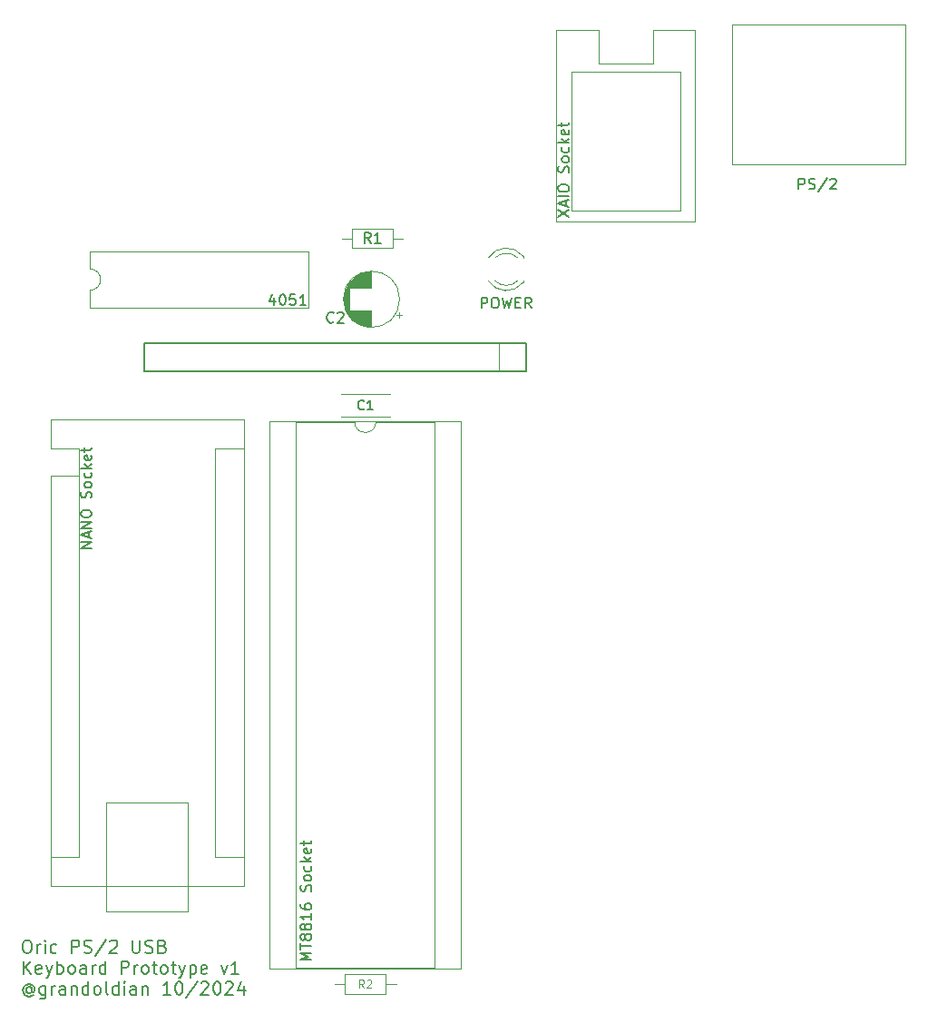
<source format=gbr>
%TF.GenerationSoftware,KiCad,Pcbnew,8.0.5*%
%TF.CreationDate,2024-10-27T18:20:28+00:00*%
%TF.ProjectId,Oric-PS2USB,4f726963-2d50-4533-9255-53422e6b6963,rev?*%
%TF.SameCoordinates,Original*%
%TF.FileFunction,Legend,Top*%
%TF.FilePolarity,Positive*%
%FSLAX46Y46*%
G04 Gerber Fmt 4.6, Leading zero omitted, Abs format (unit mm)*
G04 Created by KiCad (PCBNEW 8.0.5) date 2024-10-27 18:20:28*
%MOMM*%
%LPD*%
G01*
G04 APERTURE LIST*
%ADD10C,0.150000*%
%ADD11C,0.129000*%
%ADD12C,0.108000*%
%ADD13C,0.120000*%
%ADD14C,0.100000*%
G04 APERTURE END LIST*
D10*
X39150000Y-51950000D02*
X74820000Y-51950000D01*
X74820000Y-54610000D01*
X39150000Y-54610000D01*
X39150000Y-51950000D01*
X28112969Y-107671476D02*
X28341541Y-107671476D01*
X28341541Y-107671476D02*
X28455826Y-107728619D01*
X28455826Y-107728619D02*
X28570112Y-107842905D01*
X28570112Y-107842905D02*
X28627255Y-108071476D01*
X28627255Y-108071476D02*
X28627255Y-108471476D01*
X28627255Y-108471476D02*
X28570112Y-108700048D01*
X28570112Y-108700048D02*
X28455826Y-108814334D01*
X28455826Y-108814334D02*
X28341541Y-108871476D01*
X28341541Y-108871476D02*
X28112969Y-108871476D01*
X28112969Y-108871476D02*
X27998684Y-108814334D01*
X27998684Y-108814334D02*
X27884398Y-108700048D01*
X27884398Y-108700048D02*
X27827255Y-108471476D01*
X27827255Y-108471476D02*
X27827255Y-108071476D01*
X27827255Y-108071476D02*
X27884398Y-107842905D01*
X27884398Y-107842905D02*
X27998684Y-107728619D01*
X27998684Y-107728619D02*
X28112969Y-107671476D01*
X29141541Y-108871476D02*
X29141541Y-108071476D01*
X29141541Y-108300048D02*
X29198684Y-108185762D01*
X29198684Y-108185762D02*
X29255827Y-108128619D01*
X29255827Y-108128619D02*
X29370112Y-108071476D01*
X29370112Y-108071476D02*
X29484398Y-108071476D01*
X29884398Y-108871476D02*
X29884398Y-108071476D01*
X29884398Y-107671476D02*
X29827255Y-107728619D01*
X29827255Y-107728619D02*
X29884398Y-107785762D01*
X29884398Y-107785762D02*
X29941541Y-107728619D01*
X29941541Y-107728619D02*
X29884398Y-107671476D01*
X29884398Y-107671476D02*
X29884398Y-107785762D01*
X30970113Y-108814334D02*
X30855827Y-108871476D01*
X30855827Y-108871476D02*
X30627255Y-108871476D01*
X30627255Y-108871476D02*
X30512970Y-108814334D01*
X30512970Y-108814334D02*
X30455827Y-108757191D01*
X30455827Y-108757191D02*
X30398684Y-108642905D01*
X30398684Y-108642905D02*
X30398684Y-108300048D01*
X30398684Y-108300048D02*
X30455827Y-108185762D01*
X30455827Y-108185762D02*
X30512970Y-108128619D01*
X30512970Y-108128619D02*
X30627255Y-108071476D01*
X30627255Y-108071476D02*
X30855827Y-108071476D01*
X30855827Y-108071476D02*
X30970113Y-108128619D01*
X32398684Y-108871476D02*
X32398684Y-107671476D01*
X32398684Y-107671476D02*
X32855827Y-107671476D01*
X32855827Y-107671476D02*
X32970112Y-107728619D01*
X32970112Y-107728619D02*
X33027255Y-107785762D01*
X33027255Y-107785762D02*
X33084398Y-107900048D01*
X33084398Y-107900048D02*
X33084398Y-108071476D01*
X33084398Y-108071476D02*
X33027255Y-108185762D01*
X33027255Y-108185762D02*
X32970112Y-108242905D01*
X32970112Y-108242905D02*
X32855827Y-108300048D01*
X32855827Y-108300048D02*
X32398684Y-108300048D01*
X33541541Y-108814334D02*
X33712970Y-108871476D01*
X33712970Y-108871476D02*
X33998684Y-108871476D01*
X33998684Y-108871476D02*
X34112970Y-108814334D01*
X34112970Y-108814334D02*
X34170112Y-108757191D01*
X34170112Y-108757191D02*
X34227255Y-108642905D01*
X34227255Y-108642905D02*
X34227255Y-108528619D01*
X34227255Y-108528619D02*
X34170112Y-108414334D01*
X34170112Y-108414334D02*
X34112970Y-108357191D01*
X34112970Y-108357191D02*
X33998684Y-108300048D01*
X33998684Y-108300048D02*
X33770112Y-108242905D01*
X33770112Y-108242905D02*
X33655827Y-108185762D01*
X33655827Y-108185762D02*
X33598684Y-108128619D01*
X33598684Y-108128619D02*
X33541541Y-108014334D01*
X33541541Y-108014334D02*
X33541541Y-107900048D01*
X33541541Y-107900048D02*
X33598684Y-107785762D01*
X33598684Y-107785762D02*
X33655827Y-107728619D01*
X33655827Y-107728619D02*
X33770112Y-107671476D01*
X33770112Y-107671476D02*
X34055827Y-107671476D01*
X34055827Y-107671476D02*
X34227255Y-107728619D01*
X35598684Y-107614334D02*
X34570112Y-109157191D01*
X35941541Y-107785762D02*
X35998684Y-107728619D01*
X35998684Y-107728619D02*
X36112970Y-107671476D01*
X36112970Y-107671476D02*
X36398684Y-107671476D01*
X36398684Y-107671476D02*
X36512970Y-107728619D01*
X36512970Y-107728619D02*
X36570112Y-107785762D01*
X36570112Y-107785762D02*
X36627255Y-107900048D01*
X36627255Y-107900048D02*
X36627255Y-108014334D01*
X36627255Y-108014334D02*
X36570112Y-108185762D01*
X36570112Y-108185762D02*
X35884398Y-108871476D01*
X35884398Y-108871476D02*
X36627255Y-108871476D01*
X38055827Y-107671476D02*
X38055827Y-108642905D01*
X38055827Y-108642905D02*
X38112970Y-108757191D01*
X38112970Y-108757191D02*
X38170113Y-108814334D01*
X38170113Y-108814334D02*
X38284398Y-108871476D01*
X38284398Y-108871476D02*
X38512970Y-108871476D01*
X38512970Y-108871476D02*
X38627255Y-108814334D01*
X38627255Y-108814334D02*
X38684398Y-108757191D01*
X38684398Y-108757191D02*
X38741541Y-108642905D01*
X38741541Y-108642905D02*
X38741541Y-107671476D01*
X39255827Y-108814334D02*
X39427256Y-108871476D01*
X39427256Y-108871476D02*
X39712970Y-108871476D01*
X39712970Y-108871476D02*
X39827256Y-108814334D01*
X39827256Y-108814334D02*
X39884398Y-108757191D01*
X39884398Y-108757191D02*
X39941541Y-108642905D01*
X39941541Y-108642905D02*
X39941541Y-108528619D01*
X39941541Y-108528619D02*
X39884398Y-108414334D01*
X39884398Y-108414334D02*
X39827256Y-108357191D01*
X39827256Y-108357191D02*
X39712970Y-108300048D01*
X39712970Y-108300048D02*
X39484398Y-108242905D01*
X39484398Y-108242905D02*
X39370113Y-108185762D01*
X39370113Y-108185762D02*
X39312970Y-108128619D01*
X39312970Y-108128619D02*
X39255827Y-108014334D01*
X39255827Y-108014334D02*
X39255827Y-107900048D01*
X39255827Y-107900048D02*
X39312970Y-107785762D01*
X39312970Y-107785762D02*
X39370113Y-107728619D01*
X39370113Y-107728619D02*
X39484398Y-107671476D01*
X39484398Y-107671476D02*
X39770113Y-107671476D01*
X39770113Y-107671476D02*
X39941541Y-107728619D01*
X40855827Y-108242905D02*
X41027255Y-108300048D01*
X41027255Y-108300048D02*
X41084398Y-108357191D01*
X41084398Y-108357191D02*
X41141541Y-108471476D01*
X41141541Y-108471476D02*
X41141541Y-108642905D01*
X41141541Y-108642905D02*
X41084398Y-108757191D01*
X41084398Y-108757191D02*
X41027255Y-108814334D01*
X41027255Y-108814334D02*
X40912970Y-108871476D01*
X40912970Y-108871476D02*
X40455827Y-108871476D01*
X40455827Y-108871476D02*
X40455827Y-107671476D01*
X40455827Y-107671476D02*
X40855827Y-107671476D01*
X40855827Y-107671476D02*
X40970113Y-107728619D01*
X40970113Y-107728619D02*
X41027255Y-107785762D01*
X41027255Y-107785762D02*
X41084398Y-107900048D01*
X41084398Y-107900048D02*
X41084398Y-108014334D01*
X41084398Y-108014334D02*
X41027255Y-108128619D01*
X41027255Y-108128619D02*
X40970113Y-108185762D01*
X40970113Y-108185762D02*
X40855827Y-108242905D01*
X40855827Y-108242905D02*
X40455827Y-108242905D01*
X27884398Y-110803409D02*
X27884398Y-109603409D01*
X28570112Y-110803409D02*
X28055826Y-110117695D01*
X28570112Y-109603409D02*
X27884398Y-110289124D01*
X29541541Y-110746267D02*
X29427255Y-110803409D01*
X29427255Y-110803409D02*
X29198684Y-110803409D01*
X29198684Y-110803409D02*
X29084398Y-110746267D01*
X29084398Y-110746267D02*
X29027255Y-110631981D01*
X29027255Y-110631981D02*
X29027255Y-110174838D01*
X29027255Y-110174838D02*
X29084398Y-110060552D01*
X29084398Y-110060552D02*
X29198684Y-110003409D01*
X29198684Y-110003409D02*
X29427255Y-110003409D01*
X29427255Y-110003409D02*
X29541541Y-110060552D01*
X29541541Y-110060552D02*
X29598684Y-110174838D01*
X29598684Y-110174838D02*
X29598684Y-110289124D01*
X29598684Y-110289124D02*
X29027255Y-110403409D01*
X29998683Y-110003409D02*
X30284397Y-110803409D01*
X30570112Y-110003409D02*
X30284397Y-110803409D01*
X30284397Y-110803409D02*
X30170112Y-111089124D01*
X30170112Y-111089124D02*
X30112969Y-111146267D01*
X30112969Y-111146267D02*
X29998683Y-111203409D01*
X31027255Y-110803409D02*
X31027255Y-109603409D01*
X31027255Y-110060552D02*
X31141541Y-110003409D01*
X31141541Y-110003409D02*
X31370112Y-110003409D01*
X31370112Y-110003409D02*
X31484398Y-110060552D01*
X31484398Y-110060552D02*
X31541541Y-110117695D01*
X31541541Y-110117695D02*
X31598683Y-110231981D01*
X31598683Y-110231981D02*
X31598683Y-110574838D01*
X31598683Y-110574838D02*
X31541541Y-110689124D01*
X31541541Y-110689124D02*
X31484398Y-110746267D01*
X31484398Y-110746267D02*
X31370112Y-110803409D01*
X31370112Y-110803409D02*
X31141541Y-110803409D01*
X31141541Y-110803409D02*
X31027255Y-110746267D01*
X32284397Y-110803409D02*
X32170112Y-110746267D01*
X32170112Y-110746267D02*
X32112969Y-110689124D01*
X32112969Y-110689124D02*
X32055826Y-110574838D01*
X32055826Y-110574838D02*
X32055826Y-110231981D01*
X32055826Y-110231981D02*
X32112969Y-110117695D01*
X32112969Y-110117695D02*
X32170112Y-110060552D01*
X32170112Y-110060552D02*
X32284397Y-110003409D01*
X32284397Y-110003409D02*
X32455826Y-110003409D01*
X32455826Y-110003409D02*
X32570112Y-110060552D01*
X32570112Y-110060552D02*
X32627255Y-110117695D01*
X32627255Y-110117695D02*
X32684397Y-110231981D01*
X32684397Y-110231981D02*
X32684397Y-110574838D01*
X32684397Y-110574838D02*
X32627255Y-110689124D01*
X32627255Y-110689124D02*
X32570112Y-110746267D01*
X32570112Y-110746267D02*
X32455826Y-110803409D01*
X32455826Y-110803409D02*
X32284397Y-110803409D01*
X33712969Y-110803409D02*
X33712969Y-110174838D01*
X33712969Y-110174838D02*
X33655826Y-110060552D01*
X33655826Y-110060552D02*
X33541540Y-110003409D01*
X33541540Y-110003409D02*
X33312969Y-110003409D01*
X33312969Y-110003409D02*
X33198683Y-110060552D01*
X33712969Y-110746267D02*
X33598683Y-110803409D01*
X33598683Y-110803409D02*
X33312969Y-110803409D01*
X33312969Y-110803409D02*
X33198683Y-110746267D01*
X33198683Y-110746267D02*
X33141540Y-110631981D01*
X33141540Y-110631981D02*
X33141540Y-110517695D01*
X33141540Y-110517695D02*
X33198683Y-110403409D01*
X33198683Y-110403409D02*
X33312969Y-110346267D01*
X33312969Y-110346267D02*
X33598683Y-110346267D01*
X33598683Y-110346267D02*
X33712969Y-110289124D01*
X34284397Y-110803409D02*
X34284397Y-110003409D01*
X34284397Y-110231981D02*
X34341540Y-110117695D01*
X34341540Y-110117695D02*
X34398683Y-110060552D01*
X34398683Y-110060552D02*
X34512968Y-110003409D01*
X34512968Y-110003409D02*
X34627254Y-110003409D01*
X35541540Y-110803409D02*
X35541540Y-109603409D01*
X35541540Y-110746267D02*
X35427254Y-110803409D01*
X35427254Y-110803409D02*
X35198682Y-110803409D01*
X35198682Y-110803409D02*
X35084397Y-110746267D01*
X35084397Y-110746267D02*
X35027254Y-110689124D01*
X35027254Y-110689124D02*
X34970111Y-110574838D01*
X34970111Y-110574838D02*
X34970111Y-110231981D01*
X34970111Y-110231981D02*
X35027254Y-110117695D01*
X35027254Y-110117695D02*
X35084397Y-110060552D01*
X35084397Y-110060552D02*
X35198682Y-110003409D01*
X35198682Y-110003409D02*
X35427254Y-110003409D01*
X35427254Y-110003409D02*
X35541540Y-110060552D01*
X37027254Y-110803409D02*
X37027254Y-109603409D01*
X37027254Y-109603409D02*
X37484397Y-109603409D01*
X37484397Y-109603409D02*
X37598682Y-109660552D01*
X37598682Y-109660552D02*
X37655825Y-109717695D01*
X37655825Y-109717695D02*
X37712968Y-109831981D01*
X37712968Y-109831981D02*
X37712968Y-110003409D01*
X37712968Y-110003409D02*
X37655825Y-110117695D01*
X37655825Y-110117695D02*
X37598682Y-110174838D01*
X37598682Y-110174838D02*
X37484397Y-110231981D01*
X37484397Y-110231981D02*
X37027254Y-110231981D01*
X38227254Y-110803409D02*
X38227254Y-110003409D01*
X38227254Y-110231981D02*
X38284397Y-110117695D01*
X38284397Y-110117695D02*
X38341540Y-110060552D01*
X38341540Y-110060552D02*
X38455825Y-110003409D01*
X38455825Y-110003409D02*
X38570111Y-110003409D01*
X39141539Y-110803409D02*
X39027254Y-110746267D01*
X39027254Y-110746267D02*
X38970111Y-110689124D01*
X38970111Y-110689124D02*
X38912968Y-110574838D01*
X38912968Y-110574838D02*
X38912968Y-110231981D01*
X38912968Y-110231981D02*
X38970111Y-110117695D01*
X38970111Y-110117695D02*
X39027254Y-110060552D01*
X39027254Y-110060552D02*
X39141539Y-110003409D01*
X39141539Y-110003409D02*
X39312968Y-110003409D01*
X39312968Y-110003409D02*
X39427254Y-110060552D01*
X39427254Y-110060552D02*
X39484397Y-110117695D01*
X39484397Y-110117695D02*
X39541539Y-110231981D01*
X39541539Y-110231981D02*
X39541539Y-110574838D01*
X39541539Y-110574838D02*
X39484397Y-110689124D01*
X39484397Y-110689124D02*
X39427254Y-110746267D01*
X39427254Y-110746267D02*
X39312968Y-110803409D01*
X39312968Y-110803409D02*
X39141539Y-110803409D01*
X39884396Y-110003409D02*
X40341539Y-110003409D01*
X40055825Y-109603409D02*
X40055825Y-110631981D01*
X40055825Y-110631981D02*
X40112968Y-110746267D01*
X40112968Y-110746267D02*
X40227253Y-110803409D01*
X40227253Y-110803409D02*
X40341539Y-110803409D01*
X40912967Y-110803409D02*
X40798682Y-110746267D01*
X40798682Y-110746267D02*
X40741539Y-110689124D01*
X40741539Y-110689124D02*
X40684396Y-110574838D01*
X40684396Y-110574838D02*
X40684396Y-110231981D01*
X40684396Y-110231981D02*
X40741539Y-110117695D01*
X40741539Y-110117695D02*
X40798682Y-110060552D01*
X40798682Y-110060552D02*
X40912967Y-110003409D01*
X40912967Y-110003409D02*
X41084396Y-110003409D01*
X41084396Y-110003409D02*
X41198682Y-110060552D01*
X41198682Y-110060552D02*
X41255825Y-110117695D01*
X41255825Y-110117695D02*
X41312967Y-110231981D01*
X41312967Y-110231981D02*
X41312967Y-110574838D01*
X41312967Y-110574838D02*
X41255825Y-110689124D01*
X41255825Y-110689124D02*
X41198682Y-110746267D01*
X41198682Y-110746267D02*
X41084396Y-110803409D01*
X41084396Y-110803409D02*
X40912967Y-110803409D01*
X41655824Y-110003409D02*
X42112967Y-110003409D01*
X41827253Y-109603409D02*
X41827253Y-110631981D01*
X41827253Y-110631981D02*
X41884396Y-110746267D01*
X41884396Y-110746267D02*
X41998681Y-110803409D01*
X41998681Y-110803409D02*
X42112967Y-110803409D01*
X42398681Y-110003409D02*
X42684395Y-110803409D01*
X42970110Y-110003409D02*
X42684395Y-110803409D01*
X42684395Y-110803409D02*
X42570110Y-111089124D01*
X42570110Y-111089124D02*
X42512967Y-111146267D01*
X42512967Y-111146267D02*
X42398681Y-111203409D01*
X43427253Y-110003409D02*
X43427253Y-111203409D01*
X43427253Y-110060552D02*
X43541539Y-110003409D01*
X43541539Y-110003409D02*
X43770110Y-110003409D01*
X43770110Y-110003409D02*
X43884396Y-110060552D01*
X43884396Y-110060552D02*
X43941539Y-110117695D01*
X43941539Y-110117695D02*
X43998681Y-110231981D01*
X43998681Y-110231981D02*
X43998681Y-110574838D01*
X43998681Y-110574838D02*
X43941539Y-110689124D01*
X43941539Y-110689124D02*
X43884396Y-110746267D01*
X43884396Y-110746267D02*
X43770110Y-110803409D01*
X43770110Y-110803409D02*
X43541539Y-110803409D01*
X43541539Y-110803409D02*
X43427253Y-110746267D01*
X44970110Y-110746267D02*
X44855824Y-110803409D01*
X44855824Y-110803409D02*
X44627253Y-110803409D01*
X44627253Y-110803409D02*
X44512967Y-110746267D01*
X44512967Y-110746267D02*
X44455824Y-110631981D01*
X44455824Y-110631981D02*
X44455824Y-110174838D01*
X44455824Y-110174838D02*
X44512967Y-110060552D01*
X44512967Y-110060552D02*
X44627253Y-110003409D01*
X44627253Y-110003409D02*
X44855824Y-110003409D01*
X44855824Y-110003409D02*
X44970110Y-110060552D01*
X44970110Y-110060552D02*
X45027253Y-110174838D01*
X45027253Y-110174838D02*
X45027253Y-110289124D01*
X45027253Y-110289124D02*
X44455824Y-110403409D01*
X46341538Y-110003409D02*
X46627252Y-110803409D01*
X46627252Y-110803409D02*
X46912967Y-110003409D01*
X47998681Y-110803409D02*
X47312967Y-110803409D01*
X47655824Y-110803409D02*
X47655824Y-109603409D01*
X47655824Y-109603409D02*
X47541538Y-109774838D01*
X47541538Y-109774838D02*
X47427253Y-109889124D01*
X47427253Y-109889124D02*
X47312967Y-109946267D01*
X28627255Y-112163914D02*
X28570112Y-112106771D01*
X28570112Y-112106771D02*
X28455826Y-112049628D01*
X28455826Y-112049628D02*
X28341541Y-112049628D01*
X28341541Y-112049628D02*
X28227255Y-112106771D01*
X28227255Y-112106771D02*
X28170112Y-112163914D01*
X28170112Y-112163914D02*
X28112969Y-112278200D01*
X28112969Y-112278200D02*
X28112969Y-112392485D01*
X28112969Y-112392485D02*
X28170112Y-112506771D01*
X28170112Y-112506771D02*
X28227255Y-112563914D01*
X28227255Y-112563914D02*
X28341541Y-112621057D01*
X28341541Y-112621057D02*
X28455826Y-112621057D01*
X28455826Y-112621057D02*
X28570112Y-112563914D01*
X28570112Y-112563914D02*
X28627255Y-112506771D01*
X28627255Y-112049628D02*
X28627255Y-112506771D01*
X28627255Y-112506771D02*
X28684398Y-112563914D01*
X28684398Y-112563914D02*
X28741541Y-112563914D01*
X28741541Y-112563914D02*
X28855826Y-112506771D01*
X28855826Y-112506771D02*
X28912969Y-112392485D01*
X28912969Y-112392485D02*
X28912969Y-112106771D01*
X28912969Y-112106771D02*
X28798684Y-111935342D01*
X28798684Y-111935342D02*
X28627255Y-111821057D01*
X28627255Y-111821057D02*
X28398684Y-111763914D01*
X28398684Y-111763914D02*
X28170112Y-111821057D01*
X28170112Y-111821057D02*
X27998684Y-111935342D01*
X27998684Y-111935342D02*
X27884398Y-112106771D01*
X27884398Y-112106771D02*
X27827255Y-112335342D01*
X27827255Y-112335342D02*
X27884398Y-112563914D01*
X27884398Y-112563914D02*
X27998684Y-112735342D01*
X27998684Y-112735342D02*
X28170112Y-112849628D01*
X28170112Y-112849628D02*
X28398684Y-112906771D01*
X28398684Y-112906771D02*
X28627255Y-112849628D01*
X28627255Y-112849628D02*
X28798684Y-112735342D01*
X29941541Y-111935342D02*
X29941541Y-112906771D01*
X29941541Y-112906771D02*
X29884398Y-113021057D01*
X29884398Y-113021057D02*
X29827255Y-113078200D01*
X29827255Y-113078200D02*
X29712969Y-113135342D01*
X29712969Y-113135342D02*
X29541541Y-113135342D01*
X29541541Y-113135342D02*
X29427255Y-113078200D01*
X29941541Y-112678200D02*
X29827255Y-112735342D01*
X29827255Y-112735342D02*
X29598683Y-112735342D01*
X29598683Y-112735342D02*
X29484398Y-112678200D01*
X29484398Y-112678200D02*
X29427255Y-112621057D01*
X29427255Y-112621057D02*
X29370112Y-112506771D01*
X29370112Y-112506771D02*
X29370112Y-112163914D01*
X29370112Y-112163914D02*
X29427255Y-112049628D01*
X29427255Y-112049628D02*
X29484398Y-111992485D01*
X29484398Y-111992485D02*
X29598683Y-111935342D01*
X29598683Y-111935342D02*
X29827255Y-111935342D01*
X29827255Y-111935342D02*
X29941541Y-111992485D01*
X30512969Y-112735342D02*
X30512969Y-111935342D01*
X30512969Y-112163914D02*
X30570112Y-112049628D01*
X30570112Y-112049628D02*
X30627255Y-111992485D01*
X30627255Y-111992485D02*
X30741540Y-111935342D01*
X30741540Y-111935342D02*
X30855826Y-111935342D01*
X31770112Y-112735342D02*
X31770112Y-112106771D01*
X31770112Y-112106771D02*
X31712969Y-111992485D01*
X31712969Y-111992485D02*
X31598683Y-111935342D01*
X31598683Y-111935342D02*
X31370112Y-111935342D01*
X31370112Y-111935342D02*
X31255826Y-111992485D01*
X31770112Y-112678200D02*
X31655826Y-112735342D01*
X31655826Y-112735342D02*
X31370112Y-112735342D01*
X31370112Y-112735342D02*
X31255826Y-112678200D01*
X31255826Y-112678200D02*
X31198683Y-112563914D01*
X31198683Y-112563914D02*
X31198683Y-112449628D01*
X31198683Y-112449628D02*
X31255826Y-112335342D01*
X31255826Y-112335342D02*
X31370112Y-112278200D01*
X31370112Y-112278200D02*
X31655826Y-112278200D01*
X31655826Y-112278200D02*
X31770112Y-112221057D01*
X32341540Y-111935342D02*
X32341540Y-112735342D01*
X32341540Y-112049628D02*
X32398683Y-111992485D01*
X32398683Y-111992485D02*
X32512968Y-111935342D01*
X32512968Y-111935342D02*
X32684397Y-111935342D01*
X32684397Y-111935342D02*
X32798683Y-111992485D01*
X32798683Y-111992485D02*
X32855826Y-112106771D01*
X32855826Y-112106771D02*
X32855826Y-112735342D01*
X33941540Y-112735342D02*
X33941540Y-111535342D01*
X33941540Y-112678200D02*
X33827254Y-112735342D01*
X33827254Y-112735342D02*
X33598682Y-112735342D01*
X33598682Y-112735342D02*
X33484397Y-112678200D01*
X33484397Y-112678200D02*
X33427254Y-112621057D01*
X33427254Y-112621057D02*
X33370111Y-112506771D01*
X33370111Y-112506771D02*
X33370111Y-112163914D01*
X33370111Y-112163914D02*
X33427254Y-112049628D01*
X33427254Y-112049628D02*
X33484397Y-111992485D01*
X33484397Y-111992485D02*
X33598682Y-111935342D01*
X33598682Y-111935342D02*
X33827254Y-111935342D01*
X33827254Y-111935342D02*
X33941540Y-111992485D01*
X34684396Y-112735342D02*
X34570111Y-112678200D01*
X34570111Y-112678200D02*
X34512968Y-112621057D01*
X34512968Y-112621057D02*
X34455825Y-112506771D01*
X34455825Y-112506771D02*
X34455825Y-112163914D01*
X34455825Y-112163914D02*
X34512968Y-112049628D01*
X34512968Y-112049628D02*
X34570111Y-111992485D01*
X34570111Y-111992485D02*
X34684396Y-111935342D01*
X34684396Y-111935342D02*
X34855825Y-111935342D01*
X34855825Y-111935342D02*
X34970111Y-111992485D01*
X34970111Y-111992485D02*
X35027254Y-112049628D01*
X35027254Y-112049628D02*
X35084396Y-112163914D01*
X35084396Y-112163914D02*
X35084396Y-112506771D01*
X35084396Y-112506771D02*
X35027254Y-112621057D01*
X35027254Y-112621057D02*
X34970111Y-112678200D01*
X34970111Y-112678200D02*
X34855825Y-112735342D01*
X34855825Y-112735342D02*
X34684396Y-112735342D01*
X35770110Y-112735342D02*
X35655825Y-112678200D01*
X35655825Y-112678200D02*
X35598682Y-112563914D01*
X35598682Y-112563914D02*
X35598682Y-111535342D01*
X36741539Y-112735342D02*
X36741539Y-111535342D01*
X36741539Y-112678200D02*
X36627253Y-112735342D01*
X36627253Y-112735342D02*
X36398681Y-112735342D01*
X36398681Y-112735342D02*
X36284396Y-112678200D01*
X36284396Y-112678200D02*
X36227253Y-112621057D01*
X36227253Y-112621057D02*
X36170110Y-112506771D01*
X36170110Y-112506771D02*
X36170110Y-112163914D01*
X36170110Y-112163914D02*
X36227253Y-112049628D01*
X36227253Y-112049628D02*
X36284396Y-111992485D01*
X36284396Y-111992485D02*
X36398681Y-111935342D01*
X36398681Y-111935342D02*
X36627253Y-111935342D01*
X36627253Y-111935342D02*
X36741539Y-111992485D01*
X37312967Y-112735342D02*
X37312967Y-111935342D01*
X37312967Y-111535342D02*
X37255824Y-111592485D01*
X37255824Y-111592485D02*
X37312967Y-111649628D01*
X37312967Y-111649628D02*
X37370110Y-111592485D01*
X37370110Y-111592485D02*
X37312967Y-111535342D01*
X37312967Y-111535342D02*
X37312967Y-111649628D01*
X38398682Y-112735342D02*
X38398682Y-112106771D01*
X38398682Y-112106771D02*
X38341539Y-111992485D01*
X38341539Y-111992485D02*
X38227253Y-111935342D01*
X38227253Y-111935342D02*
X37998682Y-111935342D01*
X37998682Y-111935342D02*
X37884396Y-111992485D01*
X38398682Y-112678200D02*
X38284396Y-112735342D01*
X38284396Y-112735342D02*
X37998682Y-112735342D01*
X37998682Y-112735342D02*
X37884396Y-112678200D01*
X37884396Y-112678200D02*
X37827253Y-112563914D01*
X37827253Y-112563914D02*
X37827253Y-112449628D01*
X37827253Y-112449628D02*
X37884396Y-112335342D01*
X37884396Y-112335342D02*
X37998682Y-112278200D01*
X37998682Y-112278200D02*
X38284396Y-112278200D01*
X38284396Y-112278200D02*
X38398682Y-112221057D01*
X38970110Y-111935342D02*
X38970110Y-112735342D01*
X38970110Y-112049628D02*
X39027253Y-111992485D01*
X39027253Y-111992485D02*
X39141538Y-111935342D01*
X39141538Y-111935342D02*
X39312967Y-111935342D01*
X39312967Y-111935342D02*
X39427253Y-111992485D01*
X39427253Y-111992485D02*
X39484396Y-112106771D01*
X39484396Y-112106771D02*
X39484396Y-112735342D01*
X41598681Y-112735342D02*
X40912967Y-112735342D01*
X41255824Y-112735342D02*
X41255824Y-111535342D01*
X41255824Y-111535342D02*
X41141538Y-111706771D01*
X41141538Y-111706771D02*
X41027253Y-111821057D01*
X41027253Y-111821057D02*
X40912967Y-111878200D01*
X42341538Y-111535342D02*
X42455824Y-111535342D01*
X42455824Y-111535342D02*
X42570110Y-111592485D01*
X42570110Y-111592485D02*
X42627253Y-111649628D01*
X42627253Y-111649628D02*
X42684395Y-111763914D01*
X42684395Y-111763914D02*
X42741538Y-111992485D01*
X42741538Y-111992485D02*
X42741538Y-112278200D01*
X42741538Y-112278200D02*
X42684395Y-112506771D01*
X42684395Y-112506771D02*
X42627253Y-112621057D01*
X42627253Y-112621057D02*
X42570110Y-112678200D01*
X42570110Y-112678200D02*
X42455824Y-112735342D01*
X42455824Y-112735342D02*
X42341538Y-112735342D01*
X42341538Y-112735342D02*
X42227253Y-112678200D01*
X42227253Y-112678200D02*
X42170110Y-112621057D01*
X42170110Y-112621057D02*
X42112967Y-112506771D01*
X42112967Y-112506771D02*
X42055824Y-112278200D01*
X42055824Y-112278200D02*
X42055824Y-111992485D01*
X42055824Y-111992485D02*
X42112967Y-111763914D01*
X42112967Y-111763914D02*
X42170110Y-111649628D01*
X42170110Y-111649628D02*
X42227253Y-111592485D01*
X42227253Y-111592485D02*
X42341538Y-111535342D01*
X44112967Y-111478200D02*
X43084395Y-113021057D01*
X44455824Y-111649628D02*
X44512967Y-111592485D01*
X44512967Y-111592485D02*
X44627253Y-111535342D01*
X44627253Y-111535342D02*
X44912967Y-111535342D01*
X44912967Y-111535342D02*
X45027253Y-111592485D01*
X45027253Y-111592485D02*
X45084395Y-111649628D01*
X45084395Y-111649628D02*
X45141538Y-111763914D01*
X45141538Y-111763914D02*
X45141538Y-111878200D01*
X45141538Y-111878200D02*
X45084395Y-112049628D01*
X45084395Y-112049628D02*
X44398681Y-112735342D01*
X44398681Y-112735342D02*
X45141538Y-112735342D01*
X45884395Y-111535342D02*
X45998681Y-111535342D01*
X45998681Y-111535342D02*
X46112967Y-111592485D01*
X46112967Y-111592485D02*
X46170110Y-111649628D01*
X46170110Y-111649628D02*
X46227252Y-111763914D01*
X46227252Y-111763914D02*
X46284395Y-111992485D01*
X46284395Y-111992485D02*
X46284395Y-112278200D01*
X46284395Y-112278200D02*
X46227252Y-112506771D01*
X46227252Y-112506771D02*
X46170110Y-112621057D01*
X46170110Y-112621057D02*
X46112967Y-112678200D01*
X46112967Y-112678200D02*
X45998681Y-112735342D01*
X45998681Y-112735342D02*
X45884395Y-112735342D01*
X45884395Y-112735342D02*
X45770110Y-112678200D01*
X45770110Y-112678200D02*
X45712967Y-112621057D01*
X45712967Y-112621057D02*
X45655824Y-112506771D01*
X45655824Y-112506771D02*
X45598681Y-112278200D01*
X45598681Y-112278200D02*
X45598681Y-111992485D01*
X45598681Y-111992485D02*
X45655824Y-111763914D01*
X45655824Y-111763914D02*
X45712967Y-111649628D01*
X45712967Y-111649628D02*
X45770110Y-111592485D01*
X45770110Y-111592485D02*
X45884395Y-111535342D01*
X46741538Y-111649628D02*
X46798681Y-111592485D01*
X46798681Y-111592485D02*
X46912967Y-111535342D01*
X46912967Y-111535342D02*
X47198681Y-111535342D01*
X47198681Y-111535342D02*
X47312967Y-111592485D01*
X47312967Y-111592485D02*
X47370109Y-111649628D01*
X47370109Y-111649628D02*
X47427252Y-111763914D01*
X47427252Y-111763914D02*
X47427252Y-111878200D01*
X47427252Y-111878200D02*
X47370109Y-112049628D01*
X47370109Y-112049628D02*
X46684395Y-112735342D01*
X46684395Y-112735342D02*
X47427252Y-112735342D01*
X48455824Y-111935342D02*
X48455824Y-112735342D01*
X48170109Y-111478200D02*
X47884395Y-112335342D01*
X47884395Y-112335342D02*
X48627252Y-112335342D01*
X34239819Y-71124047D02*
X33239819Y-71124047D01*
X33239819Y-71124047D02*
X34239819Y-70552619D01*
X34239819Y-70552619D02*
X33239819Y-70552619D01*
X33954104Y-70124047D02*
X33954104Y-69647857D01*
X34239819Y-70219285D02*
X33239819Y-69885952D01*
X33239819Y-69885952D02*
X34239819Y-69552619D01*
X34239819Y-69219285D02*
X33239819Y-69219285D01*
X33239819Y-69219285D02*
X34239819Y-68647857D01*
X34239819Y-68647857D02*
X33239819Y-68647857D01*
X33239819Y-67981190D02*
X33239819Y-67790714D01*
X33239819Y-67790714D02*
X33287438Y-67695476D01*
X33287438Y-67695476D02*
X33382676Y-67600238D01*
X33382676Y-67600238D02*
X33573152Y-67552619D01*
X33573152Y-67552619D02*
X33906485Y-67552619D01*
X33906485Y-67552619D02*
X34096961Y-67600238D01*
X34096961Y-67600238D02*
X34192200Y-67695476D01*
X34192200Y-67695476D02*
X34239819Y-67790714D01*
X34239819Y-67790714D02*
X34239819Y-67981190D01*
X34239819Y-67981190D02*
X34192200Y-68076428D01*
X34192200Y-68076428D02*
X34096961Y-68171666D01*
X34096961Y-68171666D02*
X33906485Y-68219285D01*
X33906485Y-68219285D02*
X33573152Y-68219285D01*
X33573152Y-68219285D02*
X33382676Y-68171666D01*
X33382676Y-68171666D02*
X33287438Y-68076428D01*
X33287438Y-68076428D02*
X33239819Y-67981190D01*
X34192200Y-66409761D02*
X34239819Y-66266904D01*
X34239819Y-66266904D02*
X34239819Y-66028809D01*
X34239819Y-66028809D02*
X34192200Y-65933571D01*
X34192200Y-65933571D02*
X34144580Y-65885952D01*
X34144580Y-65885952D02*
X34049342Y-65838333D01*
X34049342Y-65838333D02*
X33954104Y-65838333D01*
X33954104Y-65838333D02*
X33858866Y-65885952D01*
X33858866Y-65885952D02*
X33811247Y-65933571D01*
X33811247Y-65933571D02*
X33763628Y-66028809D01*
X33763628Y-66028809D02*
X33716009Y-66219285D01*
X33716009Y-66219285D02*
X33668390Y-66314523D01*
X33668390Y-66314523D02*
X33620771Y-66362142D01*
X33620771Y-66362142D02*
X33525533Y-66409761D01*
X33525533Y-66409761D02*
X33430295Y-66409761D01*
X33430295Y-66409761D02*
X33335057Y-66362142D01*
X33335057Y-66362142D02*
X33287438Y-66314523D01*
X33287438Y-66314523D02*
X33239819Y-66219285D01*
X33239819Y-66219285D02*
X33239819Y-65981190D01*
X33239819Y-65981190D02*
X33287438Y-65838333D01*
X34239819Y-65266904D02*
X34192200Y-65362142D01*
X34192200Y-65362142D02*
X34144580Y-65409761D01*
X34144580Y-65409761D02*
X34049342Y-65457380D01*
X34049342Y-65457380D02*
X33763628Y-65457380D01*
X33763628Y-65457380D02*
X33668390Y-65409761D01*
X33668390Y-65409761D02*
X33620771Y-65362142D01*
X33620771Y-65362142D02*
X33573152Y-65266904D01*
X33573152Y-65266904D02*
X33573152Y-65124047D01*
X33573152Y-65124047D02*
X33620771Y-65028809D01*
X33620771Y-65028809D02*
X33668390Y-64981190D01*
X33668390Y-64981190D02*
X33763628Y-64933571D01*
X33763628Y-64933571D02*
X34049342Y-64933571D01*
X34049342Y-64933571D02*
X34144580Y-64981190D01*
X34144580Y-64981190D02*
X34192200Y-65028809D01*
X34192200Y-65028809D02*
X34239819Y-65124047D01*
X34239819Y-65124047D02*
X34239819Y-65266904D01*
X34192200Y-64076428D02*
X34239819Y-64171666D01*
X34239819Y-64171666D02*
X34239819Y-64362142D01*
X34239819Y-64362142D02*
X34192200Y-64457380D01*
X34192200Y-64457380D02*
X34144580Y-64504999D01*
X34144580Y-64504999D02*
X34049342Y-64552618D01*
X34049342Y-64552618D02*
X33763628Y-64552618D01*
X33763628Y-64552618D02*
X33668390Y-64504999D01*
X33668390Y-64504999D02*
X33620771Y-64457380D01*
X33620771Y-64457380D02*
X33573152Y-64362142D01*
X33573152Y-64362142D02*
X33573152Y-64171666D01*
X33573152Y-64171666D02*
X33620771Y-64076428D01*
X34239819Y-63647856D02*
X33239819Y-63647856D01*
X33858866Y-63552618D02*
X34239819Y-63266904D01*
X33573152Y-63266904D02*
X33954104Y-63647856D01*
X34192200Y-62457380D02*
X34239819Y-62552618D01*
X34239819Y-62552618D02*
X34239819Y-62743094D01*
X34239819Y-62743094D02*
X34192200Y-62838332D01*
X34192200Y-62838332D02*
X34096961Y-62885951D01*
X34096961Y-62885951D02*
X33716009Y-62885951D01*
X33716009Y-62885951D02*
X33620771Y-62838332D01*
X33620771Y-62838332D02*
X33573152Y-62743094D01*
X33573152Y-62743094D02*
X33573152Y-62552618D01*
X33573152Y-62552618D02*
X33620771Y-62457380D01*
X33620771Y-62457380D02*
X33716009Y-62409761D01*
X33716009Y-62409761D02*
X33811247Y-62409761D01*
X33811247Y-62409761D02*
X33906485Y-62885951D01*
X33573152Y-62124046D02*
X33573152Y-61743094D01*
X33239819Y-61981189D02*
X34096961Y-61981189D01*
X34096961Y-61981189D02*
X34192200Y-61933570D01*
X34192200Y-61933570D02*
X34239819Y-61838332D01*
X34239819Y-61838332D02*
X34239819Y-61743094D01*
X54739819Y-109516190D02*
X53739819Y-109516190D01*
X53739819Y-109516190D02*
X54454104Y-109182857D01*
X54454104Y-109182857D02*
X53739819Y-108849524D01*
X53739819Y-108849524D02*
X54739819Y-108849524D01*
X53739819Y-108516190D02*
X53739819Y-107944762D01*
X54739819Y-108230476D02*
X53739819Y-108230476D01*
X54168390Y-107468571D02*
X54120771Y-107563809D01*
X54120771Y-107563809D02*
X54073152Y-107611428D01*
X54073152Y-107611428D02*
X53977914Y-107659047D01*
X53977914Y-107659047D02*
X53930295Y-107659047D01*
X53930295Y-107659047D02*
X53835057Y-107611428D01*
X53835057Y-107611428D02*
X53787438Y-107563809D01*
X53787438Y-107563809D02*
X53739819Y-107468571D01*
X53739819Y-107468571D02*
X53739819Y-107278095D01*
X53739819Y-107278095D02*
X53787438Y-107182857D01*
X53787438Y-107182857D02*
X53835057Y-107135238D01*
X53835057Y-107135238D02*
X53930295Y-107087619D01*
X53930295Y-107087619D02*
X53977914Y-107087619D01*
X53977914Y-107087619D02*
X54073152Y-107135238D01*
X54073152Y-107135238D02*
X54120771Y-107182857D01*
X54120771Y-107182857D02*
X54168390Y-107278095D01*
X54168390Y-107278095D02*
X54168390Y-107468571D01*
X54168390Y-107468571D02*
X54216009Y-107563809D01*
X54216009Y-107563809D02*
X54263628Y-107611428D01*
X54263628Y-107611428D02*
X54358866Y-107659047D01*
X54358866Y-107659047D02*
X54549342Y-107659047D01*
X54549342Y-107659047D02*
X54644580Y-107611428D01*
X54644580Y-107611428D02*
X54692200Y-107563809D01*
X54692200Y-107563809D02*
X54739819Y-107468571D01*
X54739819Y-107468571D02*
X54739819Y-107278095D01*
X54739819Y-107278095D02*
X54692200Y-107182857D01*
X54692200Y-107182857D02*
X54644580Y-107135238D01*
X54644580Y-107135238D02*
X54549342Y-107087619D01*
X54549342Y-107087619D02*
X54358866Y-107087619D01*
X54358866Y-107087619D02*
X54263628Y-107135238D01*
X54263628Y-107135238D02*
X54216009Y-107182857D01*
X54216009Y-107182857D02*
X54168390Y-107278095D01*
X54168390Y-106516190D02*
X54120771Y-106611428D01*
X54120771Y-106611428D02*
X54073152Y-106659047D01*
X54073152Y-106659047D02*
X53977914Y-106706666D01*
X53977914Y-106706666D02*
X53930295Y-106706666D01*
X53930295Y-106706666D02*
X53835057Y-106659047D01*
X53835057Y-106659047D02*
X53787438Y-106611428D01*
X53787438Y-106611428D02*
X53739819Y-106516190D01*
X53739819Y-106516190D02*
X53739819Y-106325714D01*
X53739819Y-106325714D02*
X53787438Y-106230476D01*
X53787438Y-106230476D02*
X53835057Y-106182857D01*
X53835057Y-106182857D02*
X53930295Y-106135238D01*
X53930295Y-106135238D02*
X53977914Y-106135238D01*
X53977914Y-106135238D02*
X54073152Y-106182857D01*
X54073152Y-106182857D02*
X54120771Y-106230476D01*
X54120771Y-106230476D02*
X54168390Y-106325714D01*
X54168390Y-106325714D02*
X54168390Y-106516190D01*
X54168390Y-106516190D02*
X54216009Y-106611428D01*
X54216009Y-106611428D02*
X54263628Y-106659047D01*
X54263628Y-106659047D02*
X54358866Y-106706666D01*
X54358866Y-106706666D02*
X54549342Y-106706666D01*
X54549342Y-106706666D02*
X54644580Y-106659047D01*
X54644580Y-106659047D02*
X54692200Y-106611428D01*
X54692200Y-106611428D02*
X54739819Y-106516190D01*
X54739819Y-106516190D02*
X54739819Y-106325714D01*
X54739819Y-106325714D02*
X54692200Y-106230476D01*
X54692200Y-106230476D02*
X54644580Y-106182857D01*
X54644580Y-106182857D02*
X54549342Y-106135238D01*
X54549342Y-106135238D02*
X54358866Y-106135238D01*
X54358866Y-106135238D02*
X54263628Y-106182857D01*
X54263628Y-106182857D02*
X54216009Y-106230476D01*
X54216009Y-106230476D02*
X54168390Y-106325714D01*
X54739819Y-105182857D02*
X54739819Y-105754285D01*
X54739819Y-105468571D02*
X53739819Y-105468571D01*
X53739819Y-105468571D02*
X53882676Y-105563809D01*
X53882676Y-105563809D02*
X53977914Y-105659047D01*
X53977914Y-105659047D02*
X54025533Y-105754285D01*
X53739819Y-104325714D02*
X53739819Y-104516190D01*
X53739819Y-104516190D02*
X53787438Y-104611428D01*
X53787438Y-104611428D02*
X53835057Y-104659047D01*
X53835057Y-104659047D02*
X53977914Y-104754285D01*
X53977914Y-104754285D02*
X54168390Y-104801904D01*
X54168390Y-104801904D02*
X54549342Y-104801904D01*
X54549342Y-104801904D02*
X54644580Y-104754285D01*
X54644580Y-104754285D02*
X54692200Y-104706666D01*
X54692200Y-104706666D02*
X54739819Y-104611428D01*
X54739819Y-104611428D02*
X54739819Y-104420952D01*
X54739819Y-104420952D02*
X54692200Y-104325714D01*
X54692200Y-104325714D02*
X54644580Y-104278095D01*
X54644580Y-104278095D02*
X54549342Y-104230476D01*
X54549342Y-104230476D02*
X54311247Y-104230476D01*
X54311247Y-104230476D02*
X54216009Y-104278095D01*
X54216009Y-104278095D02*
X54168390Y-104325714D01*
X54168390Y-104325714D02*
X54120771Y-104420952D01*
X54120771Y-104420952D02*
X54120771Y-104611428D01*
X54120771Y-104611428D02*
X54168390Y-104706666D01*
X54168390Y-104706666D02*
X54216009Y-104754285D01*
X54216009Y-104754285D02*
X54311247Y-104801904D01*
X54692200Y-103087618D02*
X54739819Y-102944761D01*
X54739819Y-102944761D02*
X54739819Y-102706666D01*
X54739819Y-102706666D02*
X54692200Y-102611428D01*
X54692200Y-102611428D02*
X54644580Y-102563809D01*
X54644580Y-102563809D02*
X54549342Y-102516190D01*
X54549342Y-102516190D02*
X54454104Y-102516190D01*
X54454104Y-102516190D02*
X54358866Y-102563809D01*
X54358866Y-102563809D02*
X54311247Y-102611428D01*
X54311247Y-102611428D02*
X54263628Y-102706666D01*
X54263628Y-102706666D02*
X54216009Y-102897142D01*
X54216009Y-102897142D02*
X54168390Y-102992380D01*
X54168390Y-102992380D02*
X54120771Y-103039999D01*
X54120771Y-103039999D02*
X54025533Y-103087618D01*
X54025533Y-103087618D02*
X53930295Y-103087618D01*
X53930295Y-103087618D02*
X53835057Y-103039999D01*
X53835057Y-103039999D02*
X53787438Y-102992380D01*
X53787438Y-102992380D02*
X53739819Y-102897142D01*
X53739819Y-102897142D02*
X53739819Y-102659047D01*
X53739819Y-102659047D02*
X53787438Y-102516190D01*
X54739819Y-101944761D02*
X54692200Y-102039999D01*
X54692200Y-102039999D02*
X54644580Y-102087618D01*
X54644580Y-102087618D02*
X54549342Y-102135237D01*
X54549342Y-102135237D02*
X54263628Y-102135237D01*
X54263628Y-102135237D02*
X54168390Y-102087618D01*
X54168390Y-102087618D02*
X54120771Y-102039999D01*
X54120771Y-102039999D02*
X54073152Y-101944761D01*
X54073152Y-101944761D02*
X54073152Y-101801904D01*
X54073152Y-101801904D02*
X54120771Y-101706666D01*
X54120771Y-101706666D02*
X54168390Y-101659047D01*
X54168390Y-101659047D02*
X54263628Y-101611428D01*
X54263628Y-101611428D02*
X54549342Y-101611428D01*
X54549342Y-101611428D02*
X54644580Y-101659047D01*
X54644580Y-101659047D02*
X54692200Y-101706666D01*
X54692200Y-101706666D02*
X54739819Y-101801904D01*
X54739819Y-101801904D02*
X54739819Y-101944761D01*
X54692200Y-100754285D02*
X54739819Y-100849523D01*
X54739819Y-100849523D02*
X54739819Y-101039999D01*
X54739819Y-101039999D02*
X54692200Y-101135237D01*
X54692200Y-101135237D02*
X54644580Y-101182856D01*
X54644580Y-101182856D02*
X54549342Y-101230475D01*
X54549342Y-101230475D02*
X54263628Y-101230475D01*
X54263628Y-101230475D02*
X54168390Y-101182856D01*
X54168390Y-101182856D02*
X54120771Y-101135237D01*
X54120771Y-101135237D02*
X54073152Y-101039999D01*
X54073152Y-101039999D02*
X54073152Y-100849523D01*
X54073152Y-100849523D02*
X54120771Y-100754285D01*
X54739819Y-100325713D02*
X53739819Y-100325713D01*
X54358866Y-100230475D02*
X54739819Y-99944761D01*
X54073152Y-99944761D02*
X54454104Y-100325713D01*
X54692200Y-99135237D02*
X54739819Y-99230475D01*
X54739819Y-99230475D02*
X54739819Y-99420951D01*
X54739819Y-99420951D02*
X54692200Y-99516189D01*
X54692200Y-99516189D02*
X54596961Y-99563808D01*
X54596961Y-99563808D02*
X54216009Y-99563808D01*
X54216009Y-99563808D02*
X54120771Y-99516189D01*
X54120771Y-99516189D02*
X54073152Y-99420951D01*
X54073152Y-99420951D02*
X54073152Y-99230475D01*
X54073152Y-99230475D02*
X54120771Y-99135237D01*
X54120771Y-99135237D02*
X54216009Y-99087618D01*
X54216009Y-99087618D02*
X54311247Y-99087618D01*
X54311247Y-99087618D02*
X54406485Y-99563808D01*
X54073152Y-98801903D02*
X54073152Y-98420951D01*
X53739819Y-98659046D02*
X54596961Y-98659046D01*
X54596961Y-98659046D02*
X54692200Y-98611427D01*
X54692200Y-98611427D02*
X54739819Y-98516189D01*
X54739819Y-98516189D02*
X54739819Y-98420951D01*
X70610476Y-48724819D02*
X70610476Y-47724819D01*
X70610476Y-47724819D02*
X70991428Y-47724819D01*
X70991428Y-47724819D02*
X71086666Y-47772438D01*
X71086666Y-47772438D02*
X71134285Y-47820057D01*
X71134285Y-47820057D02*
X71181904Y-47915295D01*
X71181904Y-47915295D02*
X71181904Y-48058152D01*
X71181904Y-48058152D02*
X71134285Y-48153390D01*
X71134285Y-48153390D02*
X71086666Y-48201009D01*
X71086666Y-48201009D02*
X70991428Y-48248628D01*
X70991428Y-48248628D02*
X70610476Y-48248628D01*
X71800952Y-47724819D02*
X71991428Y-47724819D01*
X71991428Y-47724819D02*
X72086666Y-47772438D01*
X72086666Y-47772438D02*
X72181904Y-47867676D01*
X72181904Y-47867676D02*
X72229523Y-48058152D01*
X72229523Y-48058152D02*
X72229523Y-48391485D01*
X72229523Y-48391485D02*
X72181904Y-48581961D01*
X72181904Y-48581961D02*
X72086666Y-48677200D01*
X72086666Y-48677200D02*
X71991428Y-48724819D01*
X71991428Y-48724819D02*
X71800952Y-48724819D01*
X71800952Y-48724819D02*
X71705714Y-48677200D01*
X71705714Y-48677200D02*
X71610476Y-48581961D01*
X71610476Y-48581961D02*
X71562857Y-48391485D01*
X71562857Y-48391485D02*
X71562857Y-48058152D01*
X71562857Y-48058152D02*
X71610476Y-47867676D01*
X71610476Y-47867676D02*
X71705714Y-47772438D01*
X71705714Y-47772438D02*
X71800952Y-47724819D01*
X72562857Y-47724819D02*
X72800952Y-48724819D01*
X72800952Y-48724819D02*
X72991428Y-48010533D01*
X72991428Y-48010533D02*
X73181904Y-48724819D01*
X73181904Y-48724819D02*
X73420000Y-47724819D01*
X73800952Y-48201009D02*
X74134285Y-48201009D01*
X74277142Y-48724819D02*
X73800952Y-48724819D01*
X73800952Y-48724819D02*
X73800952Y-47724819D01*
X73800952Y-47724819D02*
X74277142Y-47724819D01*
X75277142Y-48724819D02*
X74943809Y-48248628D01*
X74705714Y-48724819D02*
X74705714Y-47724819D01*
X74705714Y-47724819D02*
X75086666Y-47724819D01*
X75086666Y-47724819D02*
X75181904Y-47772438D01*
X75181904Y-47772438D02*
X75229523Y-47820057D01*
X75229523Y-47820057D02*
X75277142Y-47915295D01*
X75277142Y-47915295D02*
X75277142Y-48058152D01*
X75277142Y-48058152D02*
X75229523Y-48153390D01*
X75229523Y-48153390D02*
X75181904Y-48201009D01*
X75181904Y-48201009D02*
X75086666Y-48248628D01*
X75086666Y-48248628D02*
X74705714Y-48248628D01*
X100231905Y-37624819D02*
X100231905Y-36624819D01*
X100231905Y-36624819D02*
X100612857Y-36624819D01*
X100612857Y-36624819D02*
X100708095Y-36672438D01*
X100708095Y-36672438D02*
X100755714Y-36720057D01*
X100755714Y-36720057D02*
X100803333Y-36815295D01*
X100803333Y-36815295D02*
X100803333Y-36958152D01*
X100803333Y-36958152D02*
X100755714Y-37053390D01*
X100755714Y-37053390D02*
X100708095Y-37101009D01*
X100708095Y-37101009D02*
X100612857Y-37148628D01*
X100612857Y-37148628D02*
X100231905Y-37148628D01*
X101184286Y-37577200D02*
X101327143Y-37624819D01*
X101327143Y-37624819D02*
X101565238Y-37624819D01*
X101565238Y-37624819D02*
X101660476Y-37577200D01*
X101660476Y-37577200D02*
X101708095Y-37529580D01*
X101708095Y-37529580D02*
X101755714Y-37434342D01*
X101755714Y-37434342D02*
X101755714Y-37339104D01*
X101755714Y-37339104D02*
X101708095Y-37243866D01*
X101708095Y-37243866D02*
X101660476Y-37196247D01*
X101660476Y-37196247D02*
X101565238Y-37148628D01*
X101565238Y-37148628D02*
X101374762Y-37101009D01*
X101374762Y-37101009D02*
X101279524Y-37053390D01*
X101279524Y-37053390D02*
X101231905Y-37005771D01*
X101231905Y-37005771D02*
X101184286Y-36910533D01*
X101184286Y-36910533D02*
X101184286Y-36815295D01*
X101184286Y-36815295D02*
X101231905Y-36720057D01*
X101231905Y-36720057D02*
X101279524Y-36672438D01*
X101279524Y-36672438D02*
X101374762Y-36624819D01*
X101374762Y-36624819D02*
X101612857Y-36624819D01*
X101612857Y-36624819D02*
X101755714Y-36672438D01*
X102898571Y-36577200D02*
X102041429Y-37862914D01*
X103184286Y-36720057D02*
X103231905Y-36672438D01*
X103231905Y-36672438D02*
X103327143Y-36624819D01*
X103327143Y-36624819D02*
X103565238Y-36624819D01*
X103565238Y-36624819D02*
X103660476Y-36672438D01*
X103660476Y-36672438D02*
X103708095Y-36720057D01*
X103708095Y-36720057D02*
X103755714Y-36815295D01*
X103755714Y-36815295D02*
X103755714Y-36910533D01*
X103755714Y-36910533D02*
X103708095Y-37053390D01*
X103708095Y-37053390D02*
X103136667Y-37624819D01*
X103136667Y-37624819D02*
X103755714Y-37624819D01*
X51291904Y-47768152D02*
X51291904Y-48434819D01*
X51053809Y-47387200D02*
X50815714Y-48101485D01*
X50815714Y-48101485D02*
X51434761Y-48101485D01*
X52006190Y-47434819D02*
X52101428Y-47434819D01*
X52101428Y-47434819D02*
X52196666Y-47482438D01*
X52196666Y-47482438D02*
X52244285Y-47530057D01*
X52244285Y-47530057D02*
X52291904Y-47625295D01*
X52291904Y-47625295D02*
X52339523Y-47815771D01*
X52339523Y-47815771D02*
X52339523Y-48053866D01*
X52339523Y-48053866D02*
X52291904Y-48244342D01*
X52291904Y-48244342D02*
X52244285Y-48339580D01*
X52244285Y-48339580D02*
X52196666Y-48387200D01*
X52196666Y-48387200D02*
X52101428Y-48434819D01*
X52101428Y-48434819D02*
X52006190Y-48434819D01*
X52006190Y-48434819D02*
X51910952Y-48387200D01*
X51910952Y-48387200D02*
X51863333Y-48339580D01*
X51863333Y-48339580D02*
X51815714Y-48244342D01*
X51815714Y-48244342D02*
X51768095Y-48053866D01*
X51768095Y-48053866D02*
X51768095Y-47815771D01*
X51768095Y-47815771D02*
X51815714Y-47625295D01*
X51815714Y-47625295D02*
X51863333Y-47530057D01*
X51863333Y-47530057D02*
X51910952Y-47482438D01*
X51910952Y-47482438D02*
X52006190Y-47434819D01*
X53244285Y-47434819D02*
X52768095Y-47434819D01*
X52768095Y-47434819D02*
X52720476Y-47911009D01*
X52720476Y-47911009D02*
X52768095Y-47863390D01*
X52768095Y-47863390D02*
X52863333Y-47815771D01*
X52863333Y-47815771D02*
X53101428Y-47815771D01*
X53101428Y-47815771D02*
X53196666Y-47863390D01*
X53196666Y-47863390D02*
X53244285Y-47911009D01*
X53244285Y-47911009D02*
X53291904Y-48006247D01*
X53291904Y-48006247D02*
X53291904Y-48244342D01*
X53291904Y-48244342D02*
X53244285Y-48339580D01*
X53244285Y-48339580D02*
X53196666Y-48387200D01*
X53196666Y-48387200D02*
X53101428Y-48434819D01*
X53101428Y-48434819D02*
X52863333Y-48434819D01*
X52863333Y-48434819D02*
X52768095Y-48387200D01*
X52768095Y-48387200D02*
X52720476Y-48339580D01*
X54244285Y-48434819D02*
X53672857Y-48434819D01*
X53958571Y-48434819D02*
X53958571Y-47434819D01*
X53958571Y-47434819D02*
X53863333Y-47577676D01*
X53863333Y-47577676D02*
X53768095Y-47672914D01*
X53768095Y-47672914D02*
X53672857Y-47720533D01*
X60283333Y-42664819D02*
X59950000Y-42188628D01*
X59711905Y-42664819D02*
X59711905Y-41664819D01*
X59711905Y-41664819D02*
X60092857Y-41664819D01*
X60092857Y-41664819D02*
X60188095Y-41712438D01*
X60188095Y-41712438D02*
X60235714Y-41760057D01*
X60235714Y-41760057D02*
X60283333Y-41855295D01*
X60283333Y-41855295D02*
X60283333Y-41998152D01*
X60283333Y-41998152D02*
X60235714Y-42093390D01*
X60235714Y-42093390D02*
X60188095Y-42141009D01*
X60188095Y-42141009D02*
X60092857Y-42188628D01*
X60092857Y-42188628D02*
X59711905Y-42188628D01*
X61235714Y-42664819D02*
X60664286Y-42664819D01*
X60950000Y-42664819D02*
X60950000Y-41664819D01*
X60950000Y-41664819D02*
X60854762Y-41807676D01*
X60854762Y-41807676D02*
X60759524Y-41902914D01*
X60759524Y-41902914D02*
X60664286Y-41950533D01*
X77789819Y-40204952D02*
X78789819Y-39538286D01*
X77789819Y-39538286D02*
X78789819Y-40204952D01*
X78504104Y-39204952D02*
X78504104Y-38728762D01*
X78789819Y-39300190D02*
X77789819Y-38966857D01*
X77789819Y-38966857D02*
X78789819Y-38633524D01*
X78789819Y-38300190D02*
X77789819Y-38300190D01*
X77789819Y-37633524D02*
X77789819Y-37443048D01*
X77789819Y-37443048D02*
X77837438Y-37347810D01*
X77837438Y-37347810D02*
X77932676Y-37252572D01*
X77932676Y-37252572D02*
X78123152Y-37204953D01*
X78123152Y-37204953D02*
X78456485Y-37204953D01*
X78456485Y-37204953D02*
X78646961Y-37252572D01*
X78646961Y-37252572D02*
X78742200Y-37347810D01*
X78742200Y-37347810D02*
X78789819Y-37443048D01*
X78789819Y-37443048D02*
X78789819Y-37633524D01*
X78789819Y-37633524D02*
X78742200Y-37728762D01*
X78742200Y-37728762D02*
X78646961Y-37824000D01*
X78646961Y-37824000D02*
X78456485Y-37871619D01*
X78456485Y-37871619D02*
X78123152Y-37871619D01*
X78123152Y-37871619D02*
X77932676Y-37824000D01*
X77932676Y-37824000D02*
X77837438Y-37728762D01*
X77837438Y-37728762D02*
X77789819Y-37633524D01*
X78742200Y-36062095D02*
X78789819Y-35919238D01*
X78789819Y-35919238D02*
X78789819Y-35681143D01*
X78789819Y-35681143D02*
X78742200Y-35585905D01*
X78742200Y-35585905D02*
X78694580Y-35538286D01*
X78694580Y-35538286D02*
X78599342Y-35490667D01*
X78599342Y-35490667D02*
X78504104Y-35490667D01*
X78504104Y-35490667D02*
X78408866Y-35538286D01*
X78408866Y-35538286D02*
X78361247Y-35585905D01*
X78361247Y-35585905D02*
X78313628Y-35681143D01*
X78313628Y-35681143D02*
X78266009Y-35871619D01*
X78266009Y-35871619D02*
X78218390Y-35966857D01*
X78218390Y-35966857D02*
X78170771Y-36014476D01*
X78170771Y-36014476D02*
X78075533Y-36062095D01*
X78075533Y-36062095D02*
X77980295Y-36062095D01*
X77980295Y-36062095D02*
X77885057Y-36014476D01*
X77885057Y-36014476D02*
X77837438Y-35966857D01*
X77837438Y-35966857D02*
X77789819Y-35871619D01*
X77789819Y-35871619D02*
X77789819Y-35633524D01*
X77789819Y-35633524D02*
X77837438Y-35490667D01*
X78789819Y-34919238D02*
X78742200Y-35014476D01*
X78742200Y-35014476D02*
X78694580Y-35062095D01*
X78694580Y-35062095D02*
X78599342Y-35109714D01*
X78599342Y-35109714D02*
X78313628Y-35109714D01*
X78313628Y-35109714D02*
X78218390Y-35062095D01*
X78218390Y-35062095D02*
X78170771Y-35014476D01*
X78170771Y-35014476D02*
X78123152Y-34919238D01*
X78123152Y-34919238D02*
X78123152Y-34776381D01*
X78123152Y-34776381D02*
X78170771Y-34681143D01*
X78170771Y-34681143D02*
X78218390Y-34633524D01*
X78218390Y-34633524D02*
X78313628Y-34585905D01*
X78313628Y-34585905D02*
X78599342Y-34585905D01*
X78599342Y-34585905D02*
X78694580Y-34633524D01*
X78694580Y-34633524D02*
X78742200Y-34681143D01*
X78742200Y-34681143D02*
X78789819Y-34776381D01*
X78789819Y-34776381D02*
X78789819Y-34919238D01*
X78742200Y-33728762D02*
X78789819Y-33824000D01*
X78789819Y-33824000D02*
X78789819Y-34014476D01*
X78789819Y-34014476D02*
X78742200Y-34109714D01*
X78742200Y-34109714D02*
X78694580Y-34157333D01*
X78694580Y-34157333D02*
X78599342Y-34204952D01*
X78599342Y-34204952D02*
X78313628Y-34204952D01*
X78313628Y-34204952D02*
X78218390Y-34157333D01*
X78218390Y-34157333D02*
X78170771Y-34109714D01*
X78170771Y-34109714D02*
X78123152Y-34014476D01*
X78123152Y-34014476D02*
X78123152Y-33824000D01*
X78123152Y-33824000D02*
X78170771Y-33728762D01*
X78789819Y-33300190D02*
X77789819Y-33300190D01*
X78408866Y-33204952D02*
X78789819Y-32919238D01*
X78123152Y-32919238D02*
X78504104Y-33300190D01*
X78742200Y-32109714D02*
X78789819Y-32204952D01*
X78789819Y-32204952D02*
X78789819Y-32395428D01*
X78789819Y-32395428D02*
X78742200Y-32490666D01*
X78742200Y-32490666D02*
X78646961Y-32538285D01*
X78646961Y-32538285D02*
X78266009Y-32538285D01*
X78266009Y-32538285D02*
X78170771Y-32490666D01*
X78170771Y-32490666D02*
X78123152Y-32395428D01*
X78123152Y-32395428D02*
X78123152Y-32204952D01*
X78123152Y-32204952D02*
X78170771Y-32109714D01*
X78170771Y-32109714D02*
X78266009Y-32062095D01*
X78266009Y-32062095D02*
X78361247Y-32062095D01*
X78361247Y-32062095D02*
X78456485Y-32538285D01*
X78123152Y-31776380D02*
X78123152Y-31395428D01*
X77789819Y-31633523D02*
X78646961Y-31633523D01*
X78646961Y-31633523D02*
X78742200Y-31585904D01*
X78742200Y-31585904D02*
X78789819Y-31490666D01*
X78789819Y-31490666D02*
X78789819Y-31395428D01*
X56823333Y-49989580D02*
X56775714Y-50037200D01*
X56775714Y-50037200D02*
X56632857Y-50084819D01*
X56632857Y-50084819D02*
X56537619Y-50084819D01*
X56537619Y-50084819D02*
X56394762Y-50037200D01*
X56394762Y-50037200D02*
X56299524Y-49941961D01*
X56299524Y-49941961D02*
X56251905Y-49846723D01*
X56251905Y-49846723D02*
X56204286Y-49656247D01*
X56204286Y-49656247D02*
X56204286Y-49513390D01*
X56204286Y-49513390D02*
X56251905Y-49322914D01*
X56251905Y-49322914D02*
X56299524Y-49227676D01*
X56299524Y-49227676D02*
X56394762Y-49132438D01*
X56394762Y-49132438D02*
X56537619Y-49084819D01*
X56537619Y-49084819D02*
X56632857Y-49084819D01*
X56632857Y-49084819D02*
X56775714Y-49132438D01*
X56775714Y-49132438D02*
X56823333Y-49180057D01*
X57204286Y-49180057D02*
X57251905Y-49132438D01*
X57251905Y-49132438D02*
X57347143Y-49084819D01*
X57347143Y-49084819D02*
X57585238Y-49084819D01*
X57585238Y-49084819D02*
X57680476Y-49132438D01*
X57680476Y-49132438D02*
X57728095Y-49180057D01*
X57728095Y-49180057D02*
X57775714Y-49275295D01*
X57775714Y-49275295D02*
X57775714Y-49370533D01*
X57775714Y-49370533D02*
X57728095Y-49513390D01*
X57728095Y-49513390D02*
X57156667Y-50084819D01*
X57156667Y-50084819D02*
X57775714Y-50084819D01*
D11*
X59641666Y-58089240D02*
X59600714Y-58130193D01*
X59600714Y-58130193D02*
X59477856Y-58171145D01*
X59477856Y-58171145D02*
X59395952Y-58171145D01*
X59395952Y-58171145D02*
X59273095Y-58130193D01*
X59273095Y-58130193D02*
X59191190Y-58048288D01*
X59191190Y-58048288D02*
X59150237Y-57966383D01*
X59150237Y-57966383D02*
X59109285Y-57802573D01*
X59109285Y-57802573D02*
X59109285Y-57679716D01*
X59109285Y-57679716D02*
X59150237Y-57515907D01*
X59150237Y-57515907D02*
X59191190Y-57434002D01*
X59191190Y-57434002D02*
X59273095Y-57352097D01*
X59273095Y-57352097D02*
X59395952Y-57311145D01*
X59395952Y-57311145D02*
X59477856Y-57311145D01*
X59477856Y-57311145D02*
X59600714Y-57352097D01*
X59600714Y-57352097D02*
X59641666Y-57393050D01*
X60460714Y-58171145D02*
X59969285Y-58171145D01*
X60214999Y-58171145D02*
X60214999Y-57311145D01*
X60214999Y-57311145D02*
X60133095Y-57434002D01*
X60133095Y-57434002D02*
X60051190Y-57515907D01*
X60051190Y-57515907D02*
X59969285Y-57556859D01*
D12*
X59665000Y-112097469D02*
X59425000Y-111754612D01*
X59253571Y-112097469D02*
X59253571Y-111377469D01*
X59253571Y-111377469D02*
X59527857Y-111377469D01*
X59527857Y-111377469D02*
X59596428Y-111411755D01*
X59596428Y-111411755D02*
X59630714Y-111446041D01*
X59630714Y-111446041D02*
X59665000Y-111514612D01*
X59665000Y-111514612D02*
X59665000Y-111617469D01*
X59665000Y-111617469D02*
X59630714Y-111686041D01*
X59630714Y-111686041D02*
X59596428Y-111720326D01*
X59596428Y-111720326D02*
X59527857Y-111754612D01*
X59527857Y-111754612D02*
X59253571Y-111754612D01*
X59939285Y-111446041D02*
X59973571Y-111411755D01*
X59973571Y-111411755D02*
X60042143Y-111377469D01*
X60042143Y-111377469D02*
X60213571Y-111377469D01*
X60213571Y-111377469D02*
X60282143Y-111411755D01*
X60282143Y-111411755D02*
X60316428Y-111446041D01*
X60316428Y-111446041D02*
X60350714Y-111514612D01*
X60350714Y-111514612D02*
X60350714Y-111583184D01*
X60350714Y-111583184D02*
X60316428Y-111686041D01*
X60316428Y-111686041D02*
X59905000Y-112097469D01*
X59905000Y-112097469D02*
X60350714Y-112097469D01*
D13*
%TO.C,U2*%
X30420000Y-59140000D02*
X30420000Y-61810000D01*
X30420000Y-64350000D02*
X30420000Y-102580000D01*
X30420000Y-102580000D02*
X48460000Y-102580000D01*
X33090000Y-61810000D02*
X30420000Y-61810000D01*
X33090000Y-64350000D02*
X30420000Y-64350000D01*
X33090000Y-64350000D02*
X33090000Y-61810000D01*
X33090000Y-64350000D02*
X33090000Y-99910000D01*
X33090000Y-99910000D02*
X30420000Y-99910000D01*
D14*
X35630000Y-94830000D02*
X43250000Y-94830000D01*
X35630000Y-104990000D02*
X35630000Y-94830000D01*
X43250000Y-94830000D02*
X43250000Y-104990000D01*
X43250000Y-104990000D02*
X35630000Y-104990000D01*
D13*
X45790000Y-61810000D02*
X45790000Y-99910000D01*
X45790000Y-61810000D02*
X48460000Y-61810000D01*
X45790000Y-99910000D02*
X48460000Y-99910000D01*
X48460000Y-59140000D02*
X30420000Y-59140000D01*
X48460000Y-102580000D02*
X48460000Y-59140000D01*
%TO.C,U1*%
X50830000Y-59250000D02*
X50830000Y-110290000D01*
X50830000Y-110290000D02*
X68730000Y-110290000D01*
X53320000Y-59310000D02*
X53320000Y-110230000D01*
X53320000Y-110230000D02*
X66240000Y-110230000D01*
X58780000Y-59310000D02*
X53320000Y-59310000D01*
X66240000Y-59310000D02*
X60780000Y-59310000D01*
X66240000Y-110230000D02*
X66240000Y-59310000D01*
X68730000Y-59250000D02*
X50830000Y-59250000D01*
X68730000Y-110290000D02*
X68730000Y-59250000D01*
X60780000Y-59310000D02*
G75*
G02*
X58780000Y-59310000I-1000000J0D01*
G01*
%TO.C,D17*%
X74505000Y-44020000D02*
X74505000Y-43864000D01*
X74505000Y-46336000D02*
X74505000Y-46180000D01*
X71272665Y-44021392D02*
G75*
G02*
X74505000Y-43864484I1672335J-1078608D01*
G01*
X71903870Y-44020163D02*
G75*
G02*
X73985961Y-44020000I1041130J-1079837D01*
G01*
X73985961Y-46180000D02*
G75*
G02*
X71903870Y-46179837I-1040961J1080000D01*
G01*
X74505000Y-46335516D02*
G75*
G02*
X71272665Y-46178608I-1560000J1235516D01*
G01*
%TO.C,J3*%
X93990000Y-35270000D02*
X93990000Y-22270000D01*
X110190000Y-22270000D02*
X93990000Y-22270000D01*
X110190000Y-35270000D02*
X93990000Y-35270000D01*
X110190000Y-35270000D02*
X110190000Y-22270000D01*
%TO.C,U3*%
X34070000Y-43410000D02*
X34070000Y-45060000D01*
X34070000Y-47060000D02*
X34070000Y-48710000D01*
X34070000Y-48710000D02*
X54510000Y-48710000D01*
X54510000Y-43410000D02*
X34070000Y-43410000D01*
X54510000Y-48710000D02*
X54510000Y-43410000D01*
X34070000Y-45060000D02*
G75*
G02*
X34070000Y-47060000I0J-1000000D01*
G01*
%TO.C,R1*%
X57580000Y-42210000D02*
X58530000Y-42210000D01*
X58530000Y-41290000D02*
X58530000Y-43130000D01*
X58530000Y-43130000D02*
X62370000Y-43130000D01*
X62370000Y-41290000D02*
X58530000Y-41290000D01*
X62370000Y-43130000D02*
X62370000Y-41290000D01*
X63320000Y-42210000D02*
X62370000Y-42210000D01*
%TO.C,PL1*%
X74820000Y-51950000D02*
X74820000Y-53280000D01*
X73490000Y-51950000D02*
X74820000Y-51950000D01*
X72220000Y-54610000D02*
X39140000Y-54610000D01*
X72220000Y-51950000D02*
X72220000Y-54610000D01*
X72220000Y-51950000D02*
X39140000Y-51950000D01*
X39140000Y-51950000D02*
X39140000Y-54610000D01*
%TO.C,U7*%
X77620000Y-22760000D02*
X77620000Y-40600000D01*
X77620000Y-40600000D02*
X90540000Y-40600000D01*
X79000000Y-26630000D02*
X89160000Y-26630000D01*
X79000000Y-39584000D02*
X79000000Y-26630000D01*
X81540000Y-22760000D02*
X77620000Y-22760000D01*
X81540000Y-25868000D02*
X81540000Y-22760000D01*
X86620000Y-22760000D02*
X86620000Y-25868000D01*
X86620000Y-25868000D02*
X81540000Y-25868000D01*
X89160000Y-26630000D02*
X89160000Y-39584000D01*
X89160000Y-39584000D02*
X79000000Y-39584000D01*
X90540000Y-22760000D02*
X86620000Y-22760000D01*
X90540000Y-40600000D02*
X90540000Y-22760000D01*
%TO.C,C2*%
X57759000Y-48174000D02*
X57759000Y-47606000D01*
X57799000Y-48408000D02*
X57799000Y-47372000D01*
X57839000Y-48567000D02*
X57839000Y-47213000D01*
X57879000Y-48695000D02*
X57879000Y-47085000D01*
X57919000Y-48805000D02*
X57919000Y-46975000D01*
X57959000Y-48901000D02*
X57959000Y-46879000D01*
X57999000Y-48988000D02*
X57999000Y-46792000D01*
X58039000Y-49068000D02*
X58039000Y-46712000D01*
X58079000Y-49141000D02*
X58079000Y-46639000D01*
X58119000Y-49209000D02*
X58119000Y-46571000D01*
X58159000Y-49273000D02*
X58159000Y-46507000D01*
X58199000Y-49333000D02*
X58199000Y-46447000D01*
X58239000Y-49390000D02*
X58239000Y-46390000D01*
X58279000Y-49444000D02*
X58279000Y-46336000D01*
X58319000Y-49495000D02*
X58319000Y-46285000D01*
X58359000Y-46850000D02*
X58359000Y-46237000D01*
X58359000Y-49543000D02*
X58359000Y-48930000D01*
X58399000Y-46850000D02*
X58399000Y-46191000D01*
X58399000Y-49589000D02*
X58399000Y-48930000D01*
X58439000Y-46850000D02*
X58439000Y-46147000D01*
X58439000Y-49633000D02*
X58439000Y-48930000D01*
X58479000Y-46850000D02*
X58479000Y-46105000D01*
X58479000Y-49675000D02*
X58479000Y-48930000D01*
X58519000Y-46850000D02*
X58519000Y-46064000D01*
X58519000Y-49716000D02*
X58519000Y-48930000D01*
X58559000Y-46850000D02*
X58559000Y-46026000D01*
X58559000Y-49754000D02*
X58559000Y-48930000D01*
X58599000Y-46850000D02*
X58599000Y-45989000D01*
X58599000Y-49791000D02*
X58599000Y-48930000D01*
X58639000Y-46850000D02*
X58639000Y-45953000D01*
X58639000Y-49827000D02*
X58639000Y-48930000D01*
X58679000Y-46850000D02*
X58679000Y-45919000D01*
X58679000Y-49861000D02*
X58679000Y-48930000D01*
X58719000Y-46850000D02*
X58719000Y-45886000D01*
X58719000Y-49894000D02*
X58719000Y-48930000D01*
X58759000Y-46850000D02*
X58759000Y-45855000D01*
X58759000Y-49925000D02*
X58759000Y-48930000D01*
X58799000Y-46850000D02*
X58799000Y-45825000D01*
X58799000Y-49955000D02*
X58799000Y-48930000D01*
X58839000Y-46850000D02*
X58839000Y-45795000D01*
X58839000Y-49985000D02*
X58839000Y-48930000D01*
X58879000Y-46850000D02*
X58879000Y-45768000D01*
X58879000Y-50012000D02*
X58879000Y-48930000D01*
X58919000Y-46850000D02*
X58919000Y-45741000D01*
X58919000Y-50039000D02*
X58919000Y-48930000D01*
X58959000Y-46850000D02*
X58959000Y-45715000D01*
X58959000Y-50065000D02*
X58959000Y-48930000D01*
X58999000Y-46850000D02*
X58999000Y-45690000D01*
X58999000Y-50090000D02*
X58999000Y-48930000D01*
X59039000Y-46850000D02*
X59039000Y-45666000D01*
X59039000Y-50114000D02*
X59039000Y-48930000D01*
X59079000Y-46850000D02*
X59079000Y-45643000D01*
X59079000Y-50137000D02*
X59079000Y-48930000D01*
X59119000Y-46850000D02*
X59119000Y-45622000D01*
X59119000Y-50158000D02*
X59119000Y-48930000D01*
X59159000Y-46850000D02*
X59159000Y-45600000D01*
X59159000Y-50180000D02*
X59159000Y-48930000D01*
X59199000Y-46850000D02*
X59199000Y-45580000D01*
X59199000Y-50200000D02*
X59199000Y-48930000D01*
X59239000Y-46850000D02*
X59239000Y-45561000D01*
X59239000Y-50219000D02*
X59239000Y-48930000D01*
X59279000Y-46850000D02*
X59279000Y-45542000D01*
X59279000Y-50238000D02*
X59279000Y-48930000D01*
X59319000Y-46850000D02*
X59319000Y-45525000D01*
X59319000Y-50255000D02*
X59319000Y-48930000D01*
X59359000Y-46850000D02*
X59359000Y-45508000D01*
X59359000Y-50272000D02*
X59359000Y-48930000D01*
X59399000Y-46850000D02*
X59399000Y-45492000D01*
X59399000Y-50288000D02*
X59399000Y-48930000D01*
X59439000Y-46850000D02*
X59439000Y-45476000D01*
X59439000Y-50304000D02*
X59439000Y-48930000D01*
X59479000Y-46850000D02*
X59479000Y-45462000D01*
X59479000Y-50318000D02*
X59479000Y-48930000D01*
X59519000Y-46850000D02*
X59519000Y-45448000D01*
X59519000Y-50332000D02*
X59519000Y-48930000D01*
X59559000Y-46850000D02*
X59559000Y-45435000D01*
X59559000Y-50345000D02*
X59559000Y-48930000D01*
X59599000Y-46850000D02*
X59599000Y-45422000D01*
X59599000Y-50358000D02*
X59599000Y-48930000D01*
X59639000Y-46850000D02*
X59639000Y-45410000D01*
X59639000Y-50370000D02*
X59639000Y-48930000D01*
X59680000Y-46850000D02*
X59680000Y-45399000D01*
X59680000Y-50381000D02*
X59680000Y-48930000D01*
X59720000Y-46850000D02*
X59720000Y-45389000D01*
X59720000Y-50391000D02*
X59720000Y-48930000D01*
X59760000Y-46850000D02*
X59760000Y-45379000D01*
X59760000Y-50401000D02*
X59760000Y-48930000D01*
X59800000Y-46850000D02*
X59800000Y-45370000D01*
X59800000Y-50410000D02*
X59800000Y-48930000D01*
X59840000Y-46850000D02*
X59840000Y-45362000D01*
X59840000Y-50418000D02*
X59840000Y-48930000D01*
X59880000Y-46850000D02*
X59880000Y-45354000D01*
X59880000Y-50426000D02*
X59880000Y-48930000D01*
X59920000Y-46850000D02*
X59920000Y-45347000D01*
X59920000Y-50433000D02*
X59920000Y-48930000D01*
X59960000Y-46850000D02*
X59960000Y-45340000D01*
X59960000Y-50440000D02*
X59960000Y-48930000D01*
X60000000Y-46850000D02*
X60000000Y-45334000D01*
X60000000Y-50446000D02*
X60000000Y-48930000D01*
X60040000Y-46850000D02*
X60040000Y-45329000D01*
X60040000Y-50451000D02*
X60040000Y-48930000D01*
X60080000Y-46850000D02*
X60080000Y-45325000D01*
X60080000Y-50455000D02*
X60080000Y-48930000D01*
X60120000Y-46850000D02*
X60120000Y-45321000D01*
X60120000Y-50459000D02*
X60120000Y-48930000D01*
X60160000Y-46850000D02*
X60160000Y-45317000D01*
X60160000Y-50463000D02*
X60160000Y-48930000D01*
X60200000Y-46850000D02*
X60200000Y-45314000D01*
X60200000Y-50466000D02*
X60200000Y-48930000D01*
X60240000Y-46850000D02*
X60240000Y-45312000D01*
X60240000Y-50468000D02*
X60240000Y-48930000D01*
X60280000Y-46850000D02*
X60280000Y-45311000D01*
X60280000Y-50469000D02*
X60280000Y-48930000D01*
X60320000Y-46850000D02*
X60320000Y-45310000D01*
X60320000Y-50470000D02*
X60320000Y-48930000D01*
X60360000Y-46850000D02*
X60360000Y-45310000D01*
X60360000Y-50470000D02*
X60360000Y-48930000D01*
X62914775Y-49615000D02*
X62914775Y-49115000D01*
X63164775Y-49365000D02*
X62664775Y-49365000D01*
X62980000Y-47890000D02*
G75*
G02*
X57740000Y-47890000I-2620000J0D01*
G01*
X57740000Y-47890000D02*
G75*
G02*
X62980000Y-47890000I2620000J0D01*
G01*
%TO.C,C1*%
X57515000Y-56710000D02*
X57515000Y-56725000D01*
X57515000Y-56710000D02*
X62055000Y-56710000D01*
X57515000Y-58835000D02*
X57515000Y-58850000D01*
X57515000Y-58850000D02*
X62055000Y-58850000D01*
X62055000Y-56710000D02*
X62055000Y-56725000D01*
X62055000Y-58835000D02*
X62055000Y-58850000D01*
%TO.C,R2*%
X56915000Y-111770000D02*
X57865000Y-111770000D01*
X57865000Y-110850000D02*
X57865000Y-112690000D01*
X57865000Y-112690000D02*
X61705000Y-112690000D01*
X61705000Y-110850000D02*
X57865000Y-110850000D01*
X61705000Y-112690000D02*
X61705000Y-110850000D01*
X62655000Y-111770000D02*
X61705000Y-111770000D01*
%TD*%
M02*

</source>
